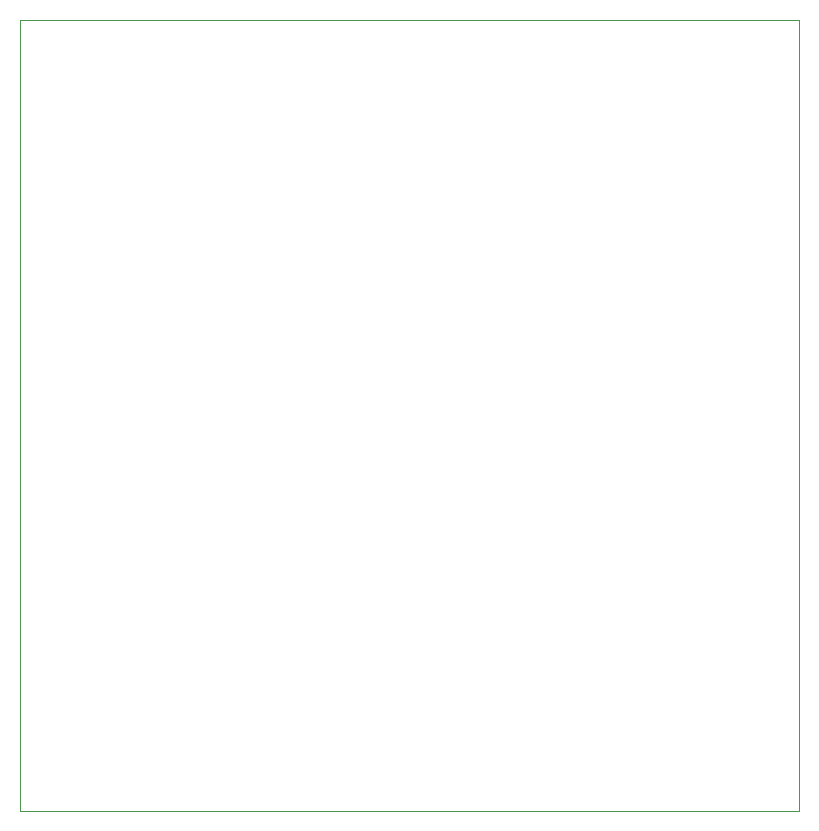
<source format=gbr>
%TF.GenerationSoftware,KiCad,Pcbnew,9.0.0*%
%TF.CreationDate,2025-04-29T12:03:14+05:30*%
%TF.ProjectId,Wireless_charging,57697265-6c65-4737-935f-636861726769,rev?*%
%TF.SameCoordinates,Original*%
%TF.FileFunction,Profile,NP*%
%FSLAX46Y46*%
G04 Gerber Fmt 4.6, Leading zero omitted, Abs format (unit mm)*
G04 Created by KiCad (PCBNEW 9.0.0) date 2025-04-29 12:03:14*
%MOMM*%
%LPD*%
G01*
G04 APERTURE LIST*
%TA.AperFunction,Profile*%
%ADD10C,0.050000*%
%TD*%
G04 APERTURE END LIST*
D10*
X147000000Y-54000000D02*
X213000000Y-54000000D01*
X213000000Y-121000000D01*
X147000000Y-121000000D01*
X147000000Y-54000000D01*
M02*

</source>
